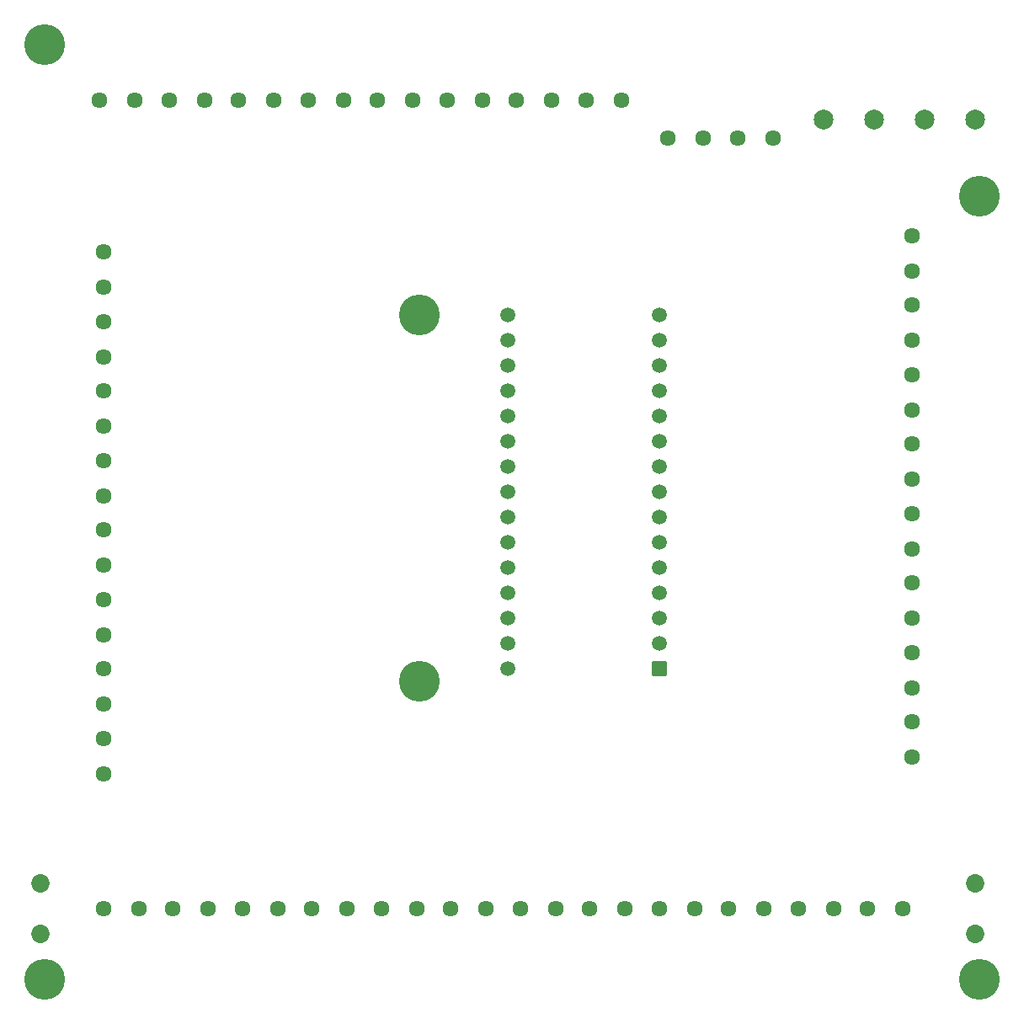
<source format=gbr>
G04 %TF.GenerationSoftware,KiCad,Pcbnew,(6.0.9)@% jlc*
G04 %TF.CreationDate,2023-02-21T16:03:54-05:00@% jlc*
G04 %TF.ProjectId,CMRI_SMD_72IN_Nano_v1,434d5249-5f53-44d4-945f-3732494e5f4e,rev?@% jlc*
G04 %TF.SameCoordinates,Original@% jlc*
G04 %TF.FileFunction,Soldermask,Bot@% jlc*
G04 %TF.FilePolarity,Negative@% jlc*
%FSLAX46Y46*%
G04 Gerber Fmt 4.6, Leading zero omitted, Abs format (unit mm)*
G04 Created by KiCad (PCBNEW (6.0.9)) date 2023-02-21 16:03:54*
%MOMM*%
%LPD*%
G01*
G04 APERTURE LIST*
G04 Aperture macros list*
%AMRoundRect*
0 Rectangle with rounded corners*
0 $1 Rounding radius*
0 $2 $3 $4 $5 $6 $7 $8 $9 X,Y pos of 4 corners*
0 Add a 4 corners polygon primitive as box body*
4,1,4,$2,$3,$4,$5,$6,$7,$8,$9,$2,$3,0*
0 Add four circle primitives for the rounded corners*
1,1,$1+$1,$2,$3*
1,1,$1+$1,$4,$5*
1,1,$1+$1,$6,$7*
1,1,$1+$1,$8,$9*
0 Add four rect primitives between the rounded corners*
20,1,$1+$1,$2,$3,$4,$5,0*
20,1,$1+$1,$4,$5,$6,$7,0*
20,1,$1+$1,$6,$7,$8,$9,0*
20,1,$1+$1,$8,$9,$2,$3,0*%
G04 Aperture macros list end*
%ADD10C,4.100000*%
%ADD11C,1.611200*%
%ADD12C,1.993900*%
%ADD13C,1.853200*%
%ADD14RoundRect,0.101600X0.654000X-0.654000X0.654000X0.654000X-0.654000X0.654000X-0.654000X-0.654000X0*%
%ADD15C,1.511200*%
G04 APERTURE END LIST*
D10*
G04 %TO.C,@% jlc*
X195580000Y-73660000D03*
G04 %TD@% jlc*
G04 %TO.C,@% jlc*
X101600000Y-152400000D03*
G04 %TD@% jlc*
G04 %TO.C,@% jlc*
X195580000Y-152400000D03*
G04 %TD@% jlc*
G04 %TO.C,@% jlc*
X101600000Y-58420000D03*
G04 %TD@% jlc*
D11*
G04 %TO.C,X31@% jlc*
X142430600Y-145316100D03*
X145986600Y-145316100D03*
G04 %TD@% jlc*
G04 %TO.C,X32@% jlc*
X135445600Y-145316100D03*
X139001600Y-145316100D03*
G04 %TD@% jlc*
G04 %TO.C,X21@% jlc*
X188785600Y-109121100D03*
X188785600Y-105565100D03*
G04 %TD@% jlc*
D10*
G04 %TO.C,H2@% jlc*
X139255600Y-122456100D03*
G04 %TD@% jlc*
D11*
G04 %TO.C,X15@% jlc*
X152590600Y-64036100D03*
X149034600Y-64036100D03*
G04 %TD@% jlc*
G04 %TO.C,X40@% jlc*
X174815600Y-67846100D03*
X171259600Y-67846100D03*
G04 %TD@% jlc*
G04 %TO.C,X29@% jlc*
X156400600Y-145316100D03*
X159956600Y-145316100D03*
G04 %TD@% jlc*
G04 %TO.C,X4@% jlc*
X107505600Y-107216100D03*
X107505600Y-110772100D03*
G04 %TD@% jlc*
D10*
G04 %TO.C,H1@% jlc*
X139255600Y-85626100D03*
G04 %TD@% jlc*
D11*
G04 %TO.C,X20@% jlc*
X188785600Y-102136100D03*
X188785600Y-98580100D03*
G04 %TD@% jlc*
G04 %TO.C,X19@% jlc*
X188785600Y-95151100D03*
X188785600Y-91595100D03*
G04 %TD@% jlc*
G04 %TO.C,X24@% jlc*
X188785600Y-130076100D03*
X188785600Y-126520100D03*
G04 %TD@% jlc*
G04 %TO.C,X9@% jlc*
X110680600Y-64036100D03*
X107124600Y-64036100D03*
G04 %TD@% jlc*
D12*
G04 %TO.C,X37@% jlc*
X195135600Y-65941100D03*
X190055600Y-65941100D03*
G04 %TD@% jlc*
D11*
G04 %TO.C,X12@% jlc*
X131635600Y-64036100D03*
X128079600Y-64036100D03*
G04 %TD@% jlc*
G04 %TO.C,X28@% jlc*
X163385600Y-145316100D03*
X166941600Y-145316100D03*
G04 %TD@% jlc*
G04 %TO.C,X14@% jlc*
X145605600Y-64036100D03*
X142049600Y-64036100D03*
G04 %TD@% jlc*
G04 %TO.C,X10@% jlc*
X117665600Y-64036100D03*
X114109600Y-64036100D03*
G04 %TD@% jlc*
G04 %TO.C,X36@% jlc*
X107505600Y-145316100D03*
X111061600Y-145316100D03*
G04 %TD@% jlc*
G04 %TO.C,X7@% jlc*
X107505600Y-86261100D03*
X107505600Y-89817100D03*
G04 %TD@% jlc*
D12*
G04 %TO.C,X38@% jlc*
X184975600Y-65941100D03*
X179895600Y-65941100D03*
G04 %TD@% jlc*
D11*
G04 %TO.C,X35@% jlc*
X114490600Y-145316100D03*
X118046600Y-145316100D03*
G04 %TD@% jlc*
G04 %TO.C,X34@% jlc*
X121475600Y-145316100D03*
X125031600Y-145316100D03*
G04 %TD@% jlc*
G04 %TO.C,X6@% jlc*
X107505600Y-93246100D03*
X107505600Y-96802100D03*
G04 %TD@% jlc*
D13*
G04 %TO.C,U$2@% jlc*
X195135600Y-142776100D03*
X195135600Y-147856100D03*
G04 %TD@% jlc*
D11*
G04 %TO.C,X23@% jlc*
X188785600Y-123091100D03*
X188785600Y-119535100D03*
G04 %TD@% jlc*
G04 %TO.C,X22@% jlc*
X188785600Y-116106100D03*
X188785600Y-112550100D03*
G04 %TD@% jlc*
G04 %TO.C,X27@% jlc*
X170370600Y-145316100D03*
X173926600Y-145316100D03*
G04 %TD@% jlc*
G04 %TO.C,X8@% jlc*
X107505600Y-79276100D03*
X107505600Y-82832100D03*
G04 %TD@% jlc*
G04 %TO.C,X30@% jlc*
X149415600Y-145316100D03*
X152971600Y-145316100D03*
G04 %TD@% jlc*
G04 %TO.C,X13@% jlc*
X138620600Y-64036100D03*
X135064600Y-64036100D03*
G04 %TD@% jlc*
G04 %TO.C,X25@% jlc*
X184340600Y-145316100D03*
X187896600Y-145316100D03*
G04 %TD@% jlc*
G04 %TO.C,X18@% jlc*
X188785600Y-88166100D03*
X188785600Y-84610100D03*
G04 %TD@% jlc*
G04 %TO.C,X11@% jlc*
X124650600Y-64036100D03*
X121094600Y-64036100D03*
G04 %TD@% jlc*
G04 %TO.C,X26@% jlc*
X177355600Y-145316100D03*
X180911600Y-145316100D03*
G04 %TD@% jlc*
G04 %TO.C,X33@% jlc*
X128460600Y-145316100D03*
X132016600Y-145316100D03*
G04 %TD@% jlc*
G04 %TO.C,X39@% jlc*
X167830600Y-67846100D03*
X164274600Y-67846100D03*
G04 %TD@% jlc*
G04 %TO.C,X1@% jlc*
X107505600Y-128171100D03*
X107505600Y-131727100D03*
G04 %TD@% jlc*
G04 %TO.C,X2@% jlc*
X107505600Y-121186100D03*
X107505600Y-124742100D03*
G04 %TD@% jlc*
G04 %TO.C,X3@% jlc*
X107505600Y-114201100D03*
X107505600Y-117757100D03*
G04 %TD@% jlc*
G04 %TO.C,X16@% jlc*
X159575600Y-64036100D03*
X156019600Y-64036100D03*
G04 %TD@% jlc*
G04 %TO.C,X17@% jlc*
X188785600Y-81181100D03*
X188785600Y-77625100D03*
G04 %TD@% jlc*
G04 %TO.C,X5@% jlc*
X107505600Y-100231100D03*
X107505600Y-103787100D03*
G04 %TD@% jlc*
D14*
G04 %TO.C,ARDUINO_NANO1@% jlc*
X163385600Y-121186100D03*
D15*
X163385600Y-118646100D03*
X163385600Y-116106100D03*
X163385600Y-113566100D03*
X163385600Y-111026100D03*
X163385600Y-108486100D03*
X163385600Y-105946100D03*
X163385600Y-103406100D03*
X163385600Y-100866100D03*
X163385600Y-98326100D03*
X163385600Y-95786100D03*
X163385600Y-93246100D03*
X163385600Y-90706100D03*
X163385600Y-88166100D03*
X163385600Y-85626100D03*
X148145600Y-85626100D03*
X148145600Y-88166100D03*
X148145600Y-90706100D03*
X148145600Y-93246100D03*
X148145600Y-95786100D03*
X148145600Y-98326100D03*
X148145600Y-100866100D03*
X148145600Y-103406100D03*
X148145600Y-105946100D03*
X148145600Y-108486100D03*
X148145600Y-111026100D03*
X148145600Y-113566100D03*
X148145600Y-116106100D03*
X148145600Y-118646100D03*
X148145600Y-121186100D03*
G04 %TD@% jlc*
D13*
G04 %TO.C,U$1@% jlc*
X101155600Y-142776100D03*
X101155600Y-147856100D03*
G04 %TD@% jlc*
M02*

</source>
